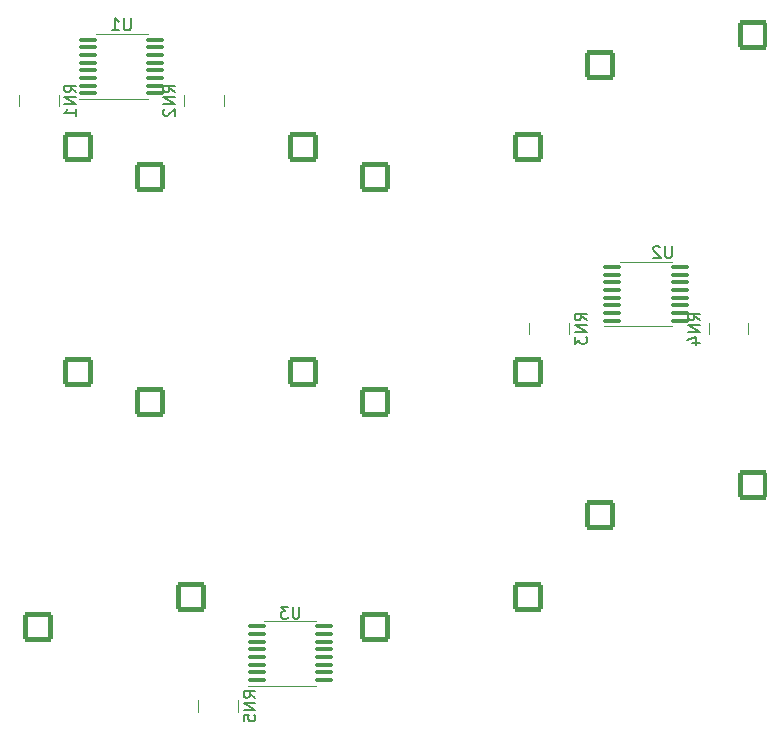
<source format=gbr>
%TF.GenerationSoftware,KiCad,Pcbnew,(7.0.0)*%
%TF.CreationDate,2023-03-18T14:12:53+09:00*%
%TF.ProjectId,hep-numpad,6865702d-6e75-46d7-9061-642e6b696361,rev?*%
%TF.SameCoordinates,Original*%
%TF.FileFunction,Legend,Bot*%
%TF.FilePolarity,Positive*%
%FSLAX46Y46*%
G04 Gerber Fmt 4.6, Leading zero omitted, Abs format (unit mm)*
G04 Created by KiCad (PCBNEW (7.0.0)) date 2023-03-18 14:12:53*
%MOMM*%
%LPD*%
G01*
G04 APERTURE LIST*
G04 Aperture macros list*
%AMRoundRect*
0 Rectangle with rounded corners*
0 $1 Rounding radius*
0 $2 $3 $4 $5 $6 $7 $8 $9 X,Y pos of 4 corners*
0 Add a 4 corners polygon primitive as box body*
4,1,4,$2,$3,$4,$5,$6,$7,$8,$9,$2,$3,0*
0 Add four circle primitives for the rounded corners*
1,1,$1+$1,$2,$3*
1,1,$1+$1,$4,$5*
1,1,$1+$1,$6,$7*
1,1,$1+$1,$8,$9*
0 Add four rect primitives between the rounded corners*
20,1,$1+$1,$2,$3,$4,$5,0*
20,1,$1+$1,$4,$5,$6,$7,0*
20,1,$1+$1,$6,$7,$8,$9,0*
20,1,$1+$1,$8,$9,$2,$3,0*%
G04 Aperture macros list end*
%ADD10C,0.150000*%
%ADD11C,0.120000*%
%ADD12C,1.701800*%
%ADD13C,3.000000*%
%ADD14C,3.987800*%
%ADD15RoundRect,0.200000X-1.075000X-1.050000X1.075000X-1.050000X1.075000X1.050000X-1.075000X1.050000X0*%
%ADD16C,3.048000*%
%ADD17RoundRect,0.100000X-0.637500X-0.100000X0.637500X-0.100000X0.637500X0.100000X-0.637500X0.100000X0*%
%ADD18R,0.500000X0.800000*%
%ADD19R,0.400000X0.800000*%
%ADD20C,1.600000*%
G04 APERTURE END LIST*
D10*
%TO.C,U3*%
X113472804Y-127663080D02*
X113472804Y-128472604D01*
X113472804Y-128472604D02*
X113425185Y-128567842D01*
X113425185Y-128567842D02*
X113377566Y-128615461D01*
X113377566Y-128615461D02*
X113282328Y-128663080D01*
X113282328Y-128663080D02*
X113091852Y-128663080D01*
X113091852Y-128663080D02*
X112996614Y-128615461D01*
X112996614Y-128615461D02*
X112948995Y-128567842D01*
X112948995Y-128567842D02*
X112901376Y-128472604D01*
X112901376Y-128472604D02*
X112901376Y-127663080D01*
X112520423Y-127663080D02*
X111901376Y-127663080D01*
X111901376Y-127663080D02*
X112234709Y-128044033D01*
X112234709Y-128044033D02*
X112091852Y-128044033D01*
X112091852Y-128044033D02*
X111996614Y-128091652D01*
X111996614Y-128091652D02*
X111948995Y-128139271D01*
X111948995Y-128139271D02*
X111901376Y-128234509D01*
X111901376Y-128234509D02*
X111901376Y-128472604D01*
X111901376Y-128472604D02*
X111948995Y-128567842D01*
X111948995Y-128567842D02*
X111996614Y-128615461D01*
X111996614Y-128615461D02*
X112091852Y-128663080D01*
X112091852Y-128663080D02*
X112377566Y-128663080D01*
X112377566Y-128663080D02*
X112472804Y-128615461D01*
X112472804Y-128615461D02*
X112520423Y-128567842D01*
%TO.C,U2*%
X145000404Y-97117880D02*
X145000404Y-97927404D01*
X145000404Y-97927404D02*
X144952785Y-98022642D01*
X144952785Y-98022642D02*
X144905166Y-98070261D01*
X144905166Y-98070261D02*
X144809928Y-98117880D01*
X144809928Y-98117880D02*
X144619452Y-98117880D01*
X144619452Y-98117880D02*
X144524214Y-98070261D01*
X144524214Y-98070261D02*
X144476595Y-98022642D01*
X144476595Y-98022642D02*
X144428976Y-97927404D01*
X144428976Y-97927404D02*
X144428976Y-97117880D01*
X144000404Y-97213119D02*
X143952785Y-97165500D01*
X143952785Y-97165500D02*
X143857547Y-97117880D01*
X143857547Y-97117880D02*
X143619452Y-97117880D01*
X143619452Y-97117880D02*
X143524214Y-97165500D01*
X143524214Y-97165500D02*
X143476595Y-97213119D01*
X143476595Y-97213119D02*
X143428976Y-97308357D01*
X143428976Y-97308357D02*
X143428976Y-97403595D01*
X143428976Y-97403595D02*
X143476595Y-97546452D01*
X143476595Y-97546452D02*
X144048023Y-98117880D01*
X144048023Y-98117880D02*
X143428976Y-98117880D01*
%TO.C,RN4*%
X147374880Y-103421023D02*
X146898690Y-103087690D01*
X147374880Y-102849595D02*
X146374880Y-102849595D01*
X146374880Y-102849595D02*
X146374880Y-103230547D01*
X146374880Y-103230547D02*
X146422500Y-103325785D01*
X146422500Y-103325785D02*
X146470119Y-103373404D01*
X146470119Y-103373404D02*
X146565357Y-103421023D01*
X146565357Y-103421023D02*
X146708214Y-103421023D01*
X146708214Y-103421023D02*
X146803452Y-103373404D01*
X146803452Y-103373404D02*
X146851071Y-103325785D01*
X146851071Y-103325785D02*
X146898690Y-103230547D01*
X146898690Y-103230547D02*
X146898690Y-102849595D01*
X147374880Y-103849595D02*
X146374880Y-103849595D01*
X146374880Y-103849595D02*
X147374880Y-104421023D01*
X147374880Y-104421023D02*
X146374880Y-104421023D01*
X146708214Y-105325785D02*
X147374880Y-105325785D01*
X146327261Y-105087690D02*
X147041547Y-104849595D01*
X147041547Y-104849595D02*
X147041547Y-105468642D01*
%TO.C,RN2*%
X102943880Y-84117023D02*
X102467690Y-83783690D01*
X102943880Y-83545595D02*
X101943880Y-83545595D01*
X101943880Y-83545595D02*
X101943880Y-83926547D01*
X101943880Y-83926547D02*
X101991500Y-84021785D01*
X101991500Y-84021785D02*
X102039119Y-84069404D01*
X102039119Y-84069404D02*
X102134357Y-84117023D01*
X102134357Y-84117023D02*
X102277214Y-84117023D01*
X102277214Y-84117023D02*
X102372452Y-84069404D01*
X102372452Y-84069404D02*
X102420071Y-84021785D01*
X102420071Y-84021785D02*
X102467690Y-83926547D01*
X102467690Y-83926547D02*
X102467690Y-83545595D01*
X102943880Y-84545595D02*
X101943880Y-84545595D01*
X101943880Y-84545595D02*
X102943880Y-85117023D01*
X102943880Y-85117023D02*
X101943880Y-85117023D01*
X102039119Y-85545595D02*
X101991500Y-85593214D01*
X101991500Y-85593214D02*
X101943880Y-85688452D01*
X101943880Y-85688452D02*
X101943880Y-85926547D01*
X101943880Y-85926547D02*
X101991500Y-86021785D01*
X101991500Y-86021785D02*
X102039119Y-86069404D01*
X102039119Y-86069404D02*
X102134357Y-86117023D01*
X102134357Y-86117023D02*
X102229595Y-86117023D01*
X102229595Y-86117023D02*
X102372452Y-86069404D01*
X102372452Y-86069404D02*
X102943880Y-85497976D01*
X102943880Y-85497976D02*
X102943880Y-86117023D01*
%TO.C,RN1*%
X94578880Y-84117023D02*
X94102690Y-83783690D01*
X94578880Y-83545595D02*
X93578880Y-83545595D01*
X93578880Y-83545595D02*
X93578880Y-83926547D01*
X93578880Y-83926547D02*
X93626500Y-84021785D01*
X93626500Y-84021785D02*
X93674119Y-84069404D01*
X93674119Y-84069404D02*
X93769357Y-84117023D01*
X93769357Y-84117023D02*
X93912214Y-84117023D01*
X93912214Y-84117023D02*
X94007452Y-84069404D01*
X94007452Y-84069404D02*
X94055071Y-84021785D01*
X94055071Y-84021785D02*
X94102690Y-83926547D01*
X94102690Y-83926547D02*
X94102690Y-83545595D01*
X94578880Y-84545595D02*
X93578880Y-84545595D01*
X93578880Y-84545595D02*
X94578880Y-85117023D01*
X94578880Y-85117023D02*
X93578880Y-85117023D01*
X94578880Y-86117023D02*
X94578880Y-85545595D01*
X94578880Y-85831309D02*
X93578880Y-85831309D01*
X93578880Y-85831309D02*
X93721738Y-85736071D01*
X93721738Y-85736071D02*
X93816976Y-85640833D01*
X93816976Y-85640833D02*
X93864595Y-85545595D01*
%TO.C,RN5*%
X109740780Y-135377623D02*
X109264590Y-135044290D01*
X109740780Y-134806195D02*
X108740780Y-134806195D01*
X108740780Y-134806195D02*
X108740780Y-135187147D01*
X108740780Y-135187147D02*
X108788400Y-135282385D01*
X108788400Y-135282385D02*
X108836019Y-135330004D01*
X108836019Y-135330004D02*
X108931257Y-135377623D01*
X108931257Y-135377623D02*
X109074114Y-135377623D01*
X109074114Y-135377623D02*
X109169352Y-135330004D01*
X109169352Y-135330004D02*
X109216971Y-135282385D01*
X109216971Y-135282385D02*
X109264590Y-135187147D01*
X109264590Y-135187147D02*
X109264590Y-134806195D01*
X109740780Y-135806195D02*
X108740780Y-135806195D01*
X108740780Y-135806195D02*
X109740780Y-136377623D01*
X109740780Y-136377623D02*
X108740780Y-136377623D01*
X108740780Y-137330004D02*
X108740780Y-136853814D01*
X108740780Y-136853814D02*
X109216971Y-136806195D01*
X109216971Y-136806195D02*
X109169352Y-136853814D01*
X109169352Y-136853814D02*
X109121733Y-136949052D01*
X109121733Y-136949052D02*
X109121733Y-137187147D01*
X109121733Y-137187147D02*
X109169352Y-137282385D01*
X109169352Y-137282385D02*
X109216971Y-137330004D01*
X109216971Y-137330004D02*
X109312209Y-137377623D01*
X109312209Y-137377623D02*
X109550304Y-137377623D01*
X109550304Y-137377623D02*
X109645542Y-137330004D01*
X109645542Y-137330004D02*
X109693161Y-137282385D01*
X109693161Y-137282385D02*
X109740780Y-137187147D01*
X109740780Y-137187147D02*
X109740780Y-136949052D01*
X109740780Y-136949052D02*
X109693161Y-136853814D01*
X109693161Y-136853814D02*
X109645542Y-136806195D01*
%TO.C,U1*%
X99186904Y-77852130D02*
X99186904Y-78661654D01*
X99186904Y-78661654D02*
X99139285Y-78756892D01*
X99139285Y-78756892D02*
X99091666Y-78804511D01*
X99091666Y-78804511D02*
X98996428Y-78852130D01*
X98996428Y-78852130D02*
X98805952Y-78852130D01*
X98805952Y-78852130D02*
X98710714Y-78804511D01*
X98710714Y-78804511D02*
X98663095Y-78756892D01*
X98663095Y-78756892D02*
X98615476Y-78661654D01*
X98615476Y-78661654D02*
X98615476Y-77852130D01*
X97615476Y-78852130D02*
X98186904Y-78852130D01*
X97901190Y-78852130D02*
X97901190Y-77852130D01*
X97901190Y-77852130D02*
X97996428Y-77994988D01*
X97996428Y-77994988D02*
X98091666Y-78090226D01*
X98091666Y-78090226D02*
X98186904Y-78137845D01*
%TO.C,RN3*%
X137793380Y-103421023D02*
X137317190Y-103087690D01*
X137793380Y-102849595D02*
X136793380Y-102849595D01*
X136793380Y-102849595D02*
X136793380Y-103230547D01*
X136793380Y-103230547D02*
X136841000Y-103325785D01*
X136841000Y-103325785D02*
X136888619Y-103373404D01*
X136888619Y-103373404D02*
X136983857Y-103421023D01*
X136983857Y-103421023D02*
X137126714Y-103421023D01*
X137126714Y-103421023D02*
X137221952Y-103373404D01*
X137221952Y-103373404D02*
X137269571Y-103325785D01*
X137269571Y-103325785D02*
X137317190Y-103230547D01*
X137317190Y-103230547D02*
X137317190Y-102849595D01*
X137793380Y-103849595D02*
X136793380Y-103849595D01*
X136793380Y-103849595D02*
X137793380Y-104421023D01*
X137793380Y-104421023D02*
X136793380Y-104421023D01*
X136793380Y-104801976D02*
X136793380Y-105421023D01*
X136793380Y-105421023D02*
X137174333Y-105087690D01*
X137174333Y-105087690D02*
X137174333Y-105230547D01*
X137174333Y-105230547D02*
X137221952Y-105325785D01*
X137221952Y-105325785D02*
X137269571Y-105373404D01*
X137269571Y-105373404D02*
X137364809Y-105421023D01*
X137364809Y-105421023D02*
X137602904Y-105421023D01*
X137602904Y-105421023D02*
X137698142Y-105373404D01*
X137698142Y-105373404D02*
X137745761Y-105325785D01*
X137745761Y-105325785D02*
X137793380Y-105230547D01*
X137793380Y-105230547D02*
X137793380Y-104944833D01*
X137793380Y-104944833D02*
X137745761Y-104849595D01*
X137745761Y-104849595D02*
X137698142Y-104801976D01*
D11*
%TO.C,U3*%
X112710900Y-128862700D02*
X110510900Y-128862700D01*
X112710900Y-128862700D02*
X114910900Y-128862700D01*
X112710900Y-134332700D02*
X109110900Y-134332700D01*
X112710900Y-134332700D02*
X114910900Y-134332700D01*
%TO.C,U2*%
X142841500Y-98444500D02*
X140641500Y-98444500D01*
X142841500Y-98444500D02*
X145041500Y-98444500D01*
X142841500Y-103914500D02*
X139241500Y-103914500D01*
X142841500Y-103914500D02*
X145041500Y-103914500D01*
%TO.C,RN4*%
X151487500Y-104611500D02*
X151487500Y-103611500D01*
X148127500Y-104611500D02*
X148127500Y-103611500D01*
%TO.C,RN2*%
X107056500Y-85307500D02*
X107056500Y-84307500D01*
X103696500Y-85307500D02*
X103696500Y-84307500D01*
%TO.C,RN1*%
X89731500Y-84307500D02*
X89731500Y-85307500D01*
X93091500Y-84307500D02*
X93091500Y-85307500D01*
%TO.C,RN5*%
X104893400Y-135568100D02*
X104893400Y-136568100D01*
X108253400Y-135568100D02*
X108253400Y-136568100D01*
%TO.C,U1*%
X98425000Y-79178750D02*
X96225000Y-79178750D01*
X98425000Y-79178750D02*
X100625000Y-79178750D01*
X98425000Y-84648750D02*
X94825000Y-84648750D01*
X98425000Y-84648750D02*
X100625000Y-84648750D01*
%TO.C,RN3*%
X132946000Y-103611500D02*
X132946000Y-104611500D01*
X136306000Y-103611500D02*
X136306000Y-104611500D01*
%TD*%
%LPC*%
D12*
%TO.C,SW7*%
X102870000Y-93820000D03*
D13*
X104140000Y-91280000D03*
D14*
X107950000Y-93820000D03*
D13*
X110490000Y-88740000D03*
D12*
X113030000Y-93820000D03*
D15*
X100865000Y-91280000D03*
X113792000Y-88740000D03*
%TD*%
D14*
%TO.C,SW17*%
X86487000Y-123665000D03*
D16*
X86487000Y-138905000D03*
D12*
X93345000Y-131920000D03*
D13*
X94615000Y-129380000D03*
D14*
X98425000Y-131920000D03*
D13*
X100965000Y-126840000D03*
D12*
X103505000Y-131920000D03*
D14*
X110363000Y-123665000D03*
D16*
X110363000Y-138905000D03*
D15*
X91340000Y-129380000D03*
X104267000Y-126840000D03*
%TD*%
D12*
%TO.C,SW8*%
X102870000Y-112870000D03*
D13*
X104140000Y-110330000D03*
D14*
X107950000Y-112870000D03*
D13*
X110490000Y-107790000D03*
D12*
X113030000Y-112870000D03*
D15*
X100865000Y-110330000D03*
X113792000Y-107790000D03*
%TD*%
D12*
%TO.C,SW5*%
X102870000Y-55720000D03*
D13*
X104140000Y-53180000D03*
D14*
X107950000Y-55720000D03*
D13*
X110490000Y-50640000D03*
D12*
X113030000Y-55720000D03*
D15*
X100865000Y-53180000D03*
X113792000Y-50640000D03*
%TD*%
D12*
%TO.C,SW12*%
X121920000Y-112870000D03*
D13*
X123190000Y-110330000D03*
D14*
X127000000Y-112870000D03*
D13*
X129540000Y-107790000D03*
D12*
X132080000Y-112870000D03*
D15*
X119915000Y-110330000D03*
X132842000Y-107790000D03*
%TD*%
D14*
%TO.C,SW14*%
X137795000Y-72357000D03*
X137795000Y-96233000D03*
D12*
X140970000Y-84295000D03*
D13*
X142240000Y-81755000D03*
D14*
X146050000Y-84295000D03*
D13*
X148590000Y-79215000D03*
D12*
X151130000Y-84295000D03*
D16*
X153035000Y-72357000D03*
X153035000Y-96233000D03*
D15*
X138965000Y-81755000D03*
X151892000Y-79215000D03*
%TD*%
D12*
%TO.C,SW3*%
X83820000Y-93820000D03*
D13*
X85090000Y-91280000D03*
D14*
X88900000Y-93820000D03*
D13*
X91440000Y-88740000D03*
D12*
X93980000Y-93820000D03*
D15*
X81815000Y-91280000D03*
X94742000Y-88740000D03*
%TD*%
D12*
%TO.C,SW9*%
X121920000Y-55720000D03*
D13*
X123190000Y-53180000D03*
D14*
X127000000Y-55720000D03*
D13*
X129540000Y-50640000D03*
D12*
X132080000Y-55720000D03*
D15*
X119915000Y-53180000D03*
X132842000Y-50640000D03*
%TD*%
D12*
%TO.C,SW10*%
X121920000Y-74770000D03*
D13*
X123190000Y-72230000D03*
D14*
X127000000Y-74770000D03*
D13*
X129540000Y-69690000D03*
D12*
X132080000Y-74770000D03*
D15*
X119915000Y-72230000D03*
X132842000Y-69690000D03*
%TD*%
D12*
%TO.C,SW1*%
X83820000Y-55720000D03*
D13*
X85090000Y-53180000D03*
D14*
X88900000Y-55720000D03*
D13*
X91440000Y-50640000D03*
D12*
X93980000Y-55720000D03*
D15*
X81815000Y-53180000D03*
X94742000Y-50640000D03*
%TD*%
D12*
%TO.C,SW4*%
X83820000Y-112870000D03*
D13*
X85090000Y-110330000D03*
D14*
X88900000Y-112870000D03*
D13*
X91440000Y-107790000D03*
D12*
X93980000Y-112870000D03*
D15*
X81815000Y-110330000D03*
X94742000Y-107790000D03*
%TD*%
D12*
%TO.C,SW6*%
X102870000Y-74770000D03*
D13*
X104140000Y-72230000D03*
D14*
X107950000Y-74770000D03*
D13*
X110490000Y-69690000D03*
D12*
X113030000Y-74770000D03*
D15*
X100865000Y-72230000D03*
X113792000Y-69690000D03*
%TD*%
D12*
%TO.C,SW16*%
X121920000Y-131920000D03*
D13*
X123190000Y-129380000D03*
D14*
X127000000Y-131920000D03*
D13*
X129540000Y-126840000D03*
D12*
X132080000Y-131920000D03*
D15*
X119915000Y-129380000D03*
X132842000Y-126840000D03*
%TD*%
D12*
%TO.C,SW2*%
X83820000Y-74770000D03*
D13*
X85090000Y-72230000D03*
D14*
X88900000Y-74770000D03*
D13*
X91440000Y-69690000D03*
D12*
X93980000Y-74770000D03*
D15*
X81815000Y-72230000D03*
X94742000Y-69690000D03*
%TD*%
D12*
%TO.C,SW11*%
X121920000Y-93820000D03*
D13*
X123190000Y-91280000D03*
D14*
X127000000Y-93820000D03*
D13*
X129540000Y-88740000D03*
D12*
X132080000Y-93820000D03*
D15*
X119915000Y-91280000D03*
X132842000Y-88740000D03*
%TD*%
D14*
%TO.C,SW15*%
X137795000Y-110457000D03*
X137795000Y-134333000D03*
D12*
X140970000Y-122395000D03*
D13*
X142240000Y-119855000D03*
D14*
X146050000Y-122395000D03*
D13*
X148590000Y-117315000D03*
D12*
X151130000Y-122395000D03*
D16*
X153035000Y-110457000D03*
X153035000Y-134333000D03*
D15*
X138965000Y-119855000D03*
X151892000Y-117315000D03*
%TD*%
D12*
%TO.C,SW13*%
X140970000Y-55720000D03*
D13*
X142240000Y-53180000D03*
D14*
X146050000Y-55720000D03*
D13*
X148590000Y-50640000D03*
D12*
X151130000Y-55720000D03*
D15*
X138965000Y-53180000D03*
X151892000Y-50640000D03*
%TD*%
D17*
%TO.C,U3*%
X109848400Y-133872700D03*
X109848400Y-133222700D03*
X109848400Y-132572700D03*
X109848400Y-131922700D03*
X109848400Y-131272700D03*
X109848400Y-130622700D03*
X109848400Y-129972700D03*
X109848400Y-129322700D03*
X115573400Y-129322700D03*
X115573400Y-129972700D03*
X115573400Y-130622700D03*
X115573400Y-131272700D03*
X115573400Y-131922700D03*
X115573400Y-132572700D03*
X115573400Y-133222700D03*
X115573400Y-133872700D03*
%TD*%
%TO.C,U2*%
X139979000Y-103454500D03*
X139979000Y-102804500D03*
X139979000Y-102154500D03*
X139979000Y-101504500D03*
X139979000Y-100854500D03*
X139979000Y-100204500D03*
X139979000Y-99554500D03*
X139979000Y-98904500D03*
X145704000Y-98904500D03*
X145704000Y-99554500D03*
X145704000Y-100204500D03*
X145704000Y-100854500D03*
X145704000Y-101504500D03*
X145704000Y-102154500D03*
X145704000Y-102804500D03*
X145704000Y-103454500D03*
%TD*%
D18*
%TO.C,RN4*%
X148607499Y-103211499D03*
D19*
X149407499Y-103211499D03*
X150207499Y-103211499D03*
D18*
X151007499Y-103211499D03*
X151007499Y-105011499D03*
D19*
X150207499Y-105011499D03*
X149407499Y-105011499D03*
D18*
X148607499Y-105011499D03*
%TD*%
%TO.C,RN2*%
X104176499Y-83907499D03*
D19*
X104976499Y-83907499D03*
X105776499Y-83907499D03*
D18*
X106576499Y-83907499D03*
X106576499Y-85707499D03*
D19*
X105776499Y-85707499D03*
X104976499Y-85707499D03*
D18*
X104176499Y-85707499D03*
%TD*%
%TO.C,RN1*%
X92611499Y-85707499D03*
D19*
X91811499Y-85707499D03*
X91011499Y-85707499D03*
D18*
X90211499Y-85707499D03*
X90211499Y-83907499D03*
D19*
X91011499Y-83907499D03*
X91811499Y-83907499D03*
D18*
X92611499Y-83907499D03*
%TD*%
%TO.C,RN5*%
X107773399Y-136968099D03*
D19*
X106973399Y-136968099D03*
X106173399Y-136968099D03*
D18*
X105373399Y-136968099D03*
X105373399Y-135168099D03*
D19*
X106173399Y-135168099D03*
X106973399Y-135168099D03*
D18*
X107773399Y-135168099D03*
%TD*%
D20*
%TO.C,U4*%
X119380000Y-55880000D03*
X119380000Y-58420000D03*
X119380000Y-60960000D03*
X119380000Y-63500000D03*
X119380000Y-66040000D03*
X134620000Y-66040000D03*
X134620000Y-63500000D03*
X134620000Y-60960000D03*
X134620000Y-58420000D03*
X134620000Y-55880000D03*
X134620000Y-53340000D03*
%TD*%
D17*
%TO.C,U1*%
X95562500Y-84188750D03*
X95562500Y-83538750D03*
X95562500Y-82888750D03*
X95562500Y-82238750D03*
X95562500Y-81588750D03*
X95562500Y-80938750D03*
X95562500Y-80288750D03*
X95562500Y-79638750D03*
X101287500Y-79638750D03*
X101287500Y-80288750D03*
X101287500Y-80938750D03*
X101287500Y-81588750D03*
X101287500Y-82238750D03*
X101287500Y-82888750D03*
X101287500Y-83538750D03*
X101287500Y-84188750D03*
%TD*%
D18*
%TO.C,RN3*%
X135825999Y-105011499D03*
D19*
X135025999Y-105011499D03*
X134225999Y-105011499D03*
D18*
X133425999Y-105011499D03*
X133425999Y-103211499D03*
D19*
X134225999Y-103211499D03*
X135025999Y-103211499D03*
D18*
X135825999Y-103211499D03*
%TD*%
M02*

</source>
